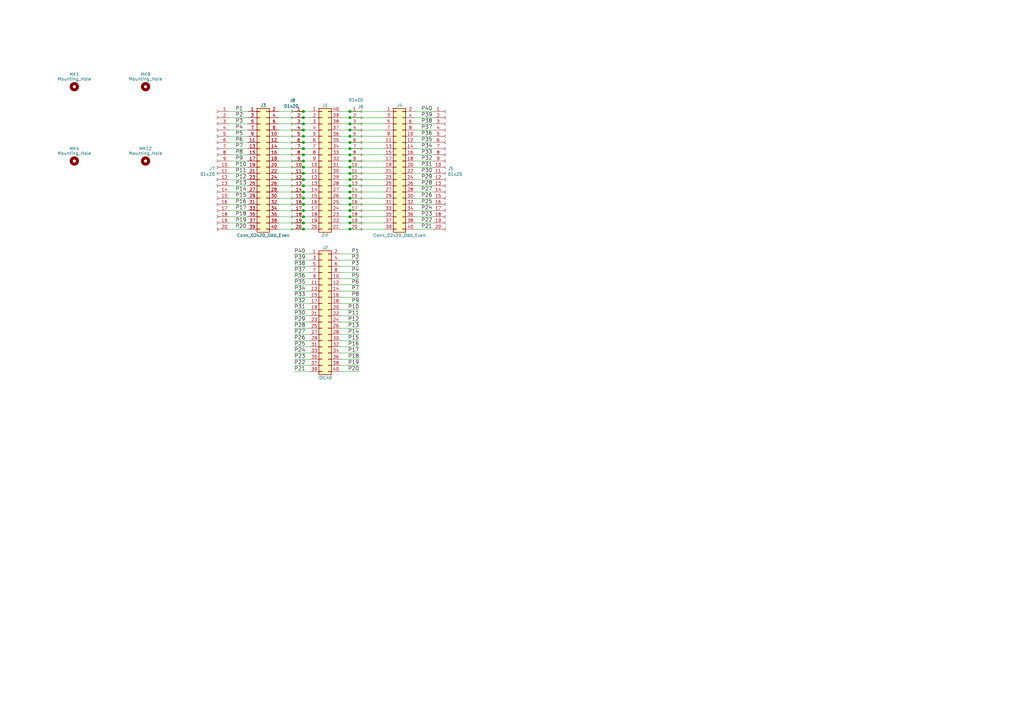
<source format=kicad_sch>
(kicad_sch (version 20210621) (generator eeschema)
  (paper "A3")
  (title_block (title "Dipext_pin") (date "2021-08-28") (rev "R6"))
  (lib_symbols
    (symbol "Connector:Conn_01x20_Female" (pin_names (offset 1.016) hide)
      (property "Reference" "J" (at 0 25.4 0))
      (property "Value" "Conn_01x20_Female" (at 0 -27.94 0))
      (symbol "Conn_01x20_Female_1_1"
        (arc (start 0 -24.892) (end 0 -25.908) (radius (at 0 -25.4) (length 0.508) (angles 90.1 -90.1)) (stroke (width 0.1524)))
        (arc (start 0 -22.352) (end 0 -23.368) (radius (at 0 -22.86) (length 0.508) (angles 90.1 -90.1)) (stroke (width 0.1524)))
        (arc (start 0 -19.812) (end 0 -20.828) (radius (at 0 -20.32) (length 0.508) (angles 90.1 -90.1)) (stroke (width 0.1524)))
        (arc (start 0 -17.272) (end 0 -18.288) (radius (at 0 -17.78) (length 0.508) (angles 90.1 -90.1)) (stroke (width 0.1524)))
        (arc (start 0 -14.732) (end 0 -15.748) (radius (at 0 -15.24) (length 0.508) (angles 90.1 -90.1)) (stroke (width 0.1524)))
        (arc (start 0 -12.192) (end 0 -13.208) (radius (at 0 -12.7) (length 0.508) (angles 90.1 -90.1)) (stroke (width 0.1524)))
        (arc (start 0 -9.652) (end 0 -10.668) (radius (at 0 -10.16) (length 0.508) (angles 90.1 -90.1)) (stroke (width 0.1524)))
        (arc (start 0 -7.112) (end 0 -8.128) (radius (at 0 -7.62) (length 0.508) (angles 90.1 -90.1)) (stroke (width 0.1524)))
        (arc (start 0 -4.572) (end 0 -5.588) (radius (at 0 -5.08) (length 0.508) (angles 90.1 -90.1)) (stroke (width 0.1524)))
        (arc (start 0 -2.032) (end 0 -3.048) (radius (at 0 -2.54) (length 0.508) (angles 90.1 -90.1)) (stroke (width 0.1524)))
        (arc (start 0 0.508) (end 0 -0.508) (radius (at 0 0) (length 0.508) (angles 90.1 -90.1)) (stroke (width 0.1524)))
        (arc (start 0 3.048) (end 0 2.032) (radius (at 0 2.54) (length 0.508) (angles 90.1 -90.1)) (stroke (width 0.1524)))
        (arc (start 0 5.588) (end 0 4.572) (radius (at 0 5.08) (length 0.508) (angles 90.1 -90.1)) (stroke (width 0.1524)))
        (arc (start 0 8.128) (end 0 7.112) (radius (at 0 7.62) (length 0.508) (angles 90.1 -90.1)) (stroke (width 0.1524)))
        (arc (start 0 10.668) (end 0 9.652) (radius (at 0 10.16) (length 0.508) (angles 90.1 -90.1)) (stroke (width 0.1524)))
        (arc (start 0 13.208) (end 0 12.192) (radius (at 0 12.7) (length 0.508) (angles 90.1 -90.1)) (stroke (width 0.1524)))
        (arc (start 0 15.748) (end 0 14.732) (radius (at 0 15.24) (length 0.508) (angles 90.1 -90.1)) (stroke (width 0.1524)))
        (arc (start 0 18.288) (end 0 17.272) (radius (at 0 17.78) (length 0.508) (angles 90.1 -90.1)) (stroke (width 0.1524)))
        (arc (start 0 20.828) (end 0 19.812) (radius (at 0 20.32) (length 0.508) (angles 90.1 -90.1)) (stroke (width 0.1524)))
        (arc (start 0 23.368) (end 0 22.352) (radius (at 0 22.86) (length 0.508) (angles 90.1 -90.1)) (stroke (width 0.1524)))
        (polyline (pts (xy -1.27 -25.4) (xy -0.508 -25.4)) (stroke (width 0.1524)))
        (polyline (pts (xy -1.27 -22.86) (xy -0.508 -22.86)) (stroke (width 0.1524)))
        (polyline (pts (xy -1.27 -20.32) (xy -0.508 -20.32)) (stroke (width 0.1524)))
        (polyline (pts (xy -1.27 -17.78) (xy -0.508 -17.78)) (stroke (width 0.1524)))
        (polyline (pts (xy -1.27 -15.24) (xy -0.508 -15.24)) (stroke (width 0.1524)))
        (polyline (pts (xy -1.27 -12.7) (xy -0.508 -12.7)) (stroke (width 0.1524)))
        (polyline (pts (xy -1.27 -10.16) (xy -0.508 -10.16)) (stroke (width 0.1524)))
        (polyline (pts (xy -1.27 -7.62) (xy -0.508 -7.62)) (stroke (width 0.1524)))
        (polyline (pts (xy -1.27 -5.08) (xy -0.508 -5.08)) (stroke (width 0.1524)))
        (polyline (pts (xy -1.27 -2.54) (xy -0.508 -2.54)) (stroke (width 0.1524)))
        (polyline (pts (xy -1.27 0) (xy -0.508 0)) (stroke (width 0.1524)))
        (polyline (pts (xy -1.27 2.54) (xy -0.508 2.54)) (stroke (width 0.1524)))
        (polyline (pts (xy -1.27 5.08) (xy -0.508 5.08)) (stroke (width 0.1524)))
        (polyline (pts (xy -1.27 7.62) (xy -0.508 7.62)) (stroke (width 0.1524)))
        (polyline (pts (xy -1.27 10.16) (xy -0.508 10.16)) (stroke (width 0.1524)))
        (polyline (pts (xy -1.27 12.7) (xy -0.508 12.7)) (stroke (width 0.1524)))
        (polyline (pts (xy -1.27 15.24) (xy -0.508 15.24)) (stroke (width 0.1524)))
        (polyline (pts (xy -1.27 17.78) (xy -0.508 17.78)) (stroke (width 0.1524)))
        (polyline (pts (xy -1.27 20.32) (xy -0.508 20.32)) (stroke (width 0.1524)))
        (polyline (pts (xy -1.27 22.86) (xy -0.508 22.86)) (stroke (width 0.1524)))
        (pin passive line (at -5.08 22.86 0) (length 3.81) (name "Pin_1") (number "1"))
        (pin passive line (at -5.08 0 0) (length 3.81) (name "Pin_10") (number "10"))
        (pin passive line (at -5.08 -2.54 0) (length 3.81) (name "Pin_11") (number "11"))
        (pin passive line (at -5.08 -5.08 0) (length 3.81) (name "Pin_12") (number "12"))
        (pin passive line (at -5.08 -7.62 0) (length 3.81) (name "Pin_13") (number "13"))
        (pin passive line (at -5.08 -10.16 0) (length 3.81) (name "Pin_14") (number "14"))
        (pin passive line (at -5.08 -12.7 0) (length 3.81) (name "Pin_15") (number "15"))
        (pin passive line (at -5.08 -15.24 0) (length 3.81) (name "Pin_16") (number "16"))
        (pin passive line (at -5.08 -17.78 0) (length 3.81) (name "Pin_17") (number "17"))
        (pin passive line (at -5.08 -20.32 0) (length 3.81) (name "Pin_18") (number "18"))
        (pin passive line (at -5.08 -22.86 0) (length 3.81) (name "Pin_19") (number "19"))
        (pin passive line (at -5.08 20.32 0) (length 3.81) (name "Pin_2") (number "2"))
        (pin passive line (at -5.08 -25.4 0) (length 3.81) (name "Pin_20") (number "20"))
        (pin passive line (at -5.08 17.78 0) (length 3.81) (name "Pin_3") (number "3"))
        (pin passive line (at -5.08 15.24 0) (length 3.81) (name "Pin_4") (number "4"))
        (pin passive line (at -5.08 12.7 0) (length 3.81) (name "Pin_5") (number "5"))
        (pin passive line (at -5.08 10.16 0) (length 3.81) (name "Pin_6") (number "6"))
        (pin passive line (at -5.08 7.62 0) (length 3.81) (name "Pin_7") (number "7"))
        (pin passive line (at -5.08 5.08 0) (length 3.81) (name "Pin_8") (number "8"))
        (pin passive line (at -5.08 2.54 0) (length 3.81) (name "Pin_9") (number "9"))
      )
    )
    (symbol "dipext-pin_r4-rescue:Conn_02x20_Counter_Clockwise" (pin_names (offset 1.016) hide)
      (property "Reference" "J" (at 1.27 25.4 0))
      (property "Value" "Conn_02x20_Counter_Clockwise" (at 1.27 -27.94 0))
      (symbol "Conn_02x20_Counter_Clockwise_1_1"
        (rectangle (start -1.27 -25.273) (end 0 -25.527) (stroke (width 0.1524)))
        (rectangle (start -1.27 -22.733) (end 0 -22.987) (stroke (width 0.1524)))
        (rectangle (start -1.27 -20.193) (end 0 -20.447) (stroke (width 0.1524)))
        (rectangle (start -1.27 -17.653) (end 0 -17.907) (stroke (width 0.1524)))
        (rectangle (start -1.27 -15.113) (end 0 -15.367) (stroke (width 0.1524)))
        (rectangle (start -1.27 -12.573) (end 0 -12.827) (stroke (width 0.1524)))
        (rectangle (start -1.27 -10.033) (end 0 -10.287) (stroke (width 0.1524)))
        (rectangle (start -1.27 -7.493) (end 0 -7.747) (stroke (width 0.1524)))
        (rectangle (start -1.27 -4.953) (end 0 -5.207) (stroke (width 0.1524)))
        (rectangle (start -1.27 -2.413) (end 0 -2.667) (stroke (width 0.1524)))
        (rectangle (start -1.27 0.127) (end 0 -0.127) (stroke (width 0.1524)))
        (rectangle (start -1.27 2.667) (end 0 2.413) (stroke (width 0.1524)))
        (rectangle (start -1.27 5.207) (end 0 4.953) (stroke (width 0.1524)))
        (rectangle (start -1.27 7.747) (end 0 7.493) (stroke (width 0.1524)))
        (rectangle (start -1.27 10.287) (end 0 10.033) (stroke (width 0.1524)))
        (rectangle (start -1.27 12.827) (end 0 12.573) (stroke (width 0.1524)))
        (rectangle (start -1.27 15.367) (end 0 15.113) (stroke (width 0.1524)))
        (rectangle (start -1.27 17.907) (end 0 17.653) (stroke (width 0.1524)))
        (rectangle (start -1.27 20.447) (end 0 20.193) (stroke (width 0.1524)))
        (rectangle (start -1.27 22.987) (end 0 22.733) (stroke (width 0.1524)))
        (rectangle (start 3.81 -25.273) (end 2.54 -25.527) (stroke (width 0.1524)))
        (rectangle (start 3.81 -22.733) (end 2.54 -22.987) (stroke (width 0.1524)))
        (rectangle (start 3.81 -20.193) (end 2.54 -20.447) (stroke (width 0.1524)))
        (rectangle (start 3.81 -17.653) (end 2.54 -17.907) (stroke (width 0.1524)))
        (rectangle (start 3.81 -15.113) (end 2.54 -15.367) (stroke (width 0.1524)))
        (rectangle (start 3.81 -12.573) (end 2.54 -12.827) (stroke (width 0.1524)))
        (rectangle (start 3.81 -10.033) (end 2.54 -10.287) (stroke (width 0.1524)))
        (rectangle (start 3.81 -7.493) (end 2.54 -7.747) (stroke (width 0.1524)))
        (rectangle (start 3.81 -4.953) (end 2.54 -5.207) (stroke (width 0.1524)))
        (rectangle (start 3.81 -2.413) (end 2.54 -2.667) (stroke (width 0.1524)))
        (rectangle (start 3.81 0.127) (end 2.54 -0.127) (stroke (width 0.1524)))
        (rectangle (start 3.81 2.667) (end 2.54 2.413) (stroke (width 0.1524)))
        (rectangle (start 3.81 5.207) (end 2.54 4.953) (stroke (width 0.1524)))
        (rectangle (start 3.81 7.747) (end 2.54 7.493) (stroke (width 0.1524)))
        (rectangle (start 3.81 10.287) (end 2.54 10.033) (stroke (width 0.1524)))
        (rectangle (start 3.81 12.827) (end 2.54 12.573) (stroke (width 0.1524)))
        (rectangle (start 3.81 15.367) (end 2.54 15.113) (stroke (width 0.1524)))
        (rectangle (start 3.81 17.907) (end 2.54 17.653) (stroke (width 0.1524)))
        (rectangle (start 3.81 20.447) (end 2.54 20.193) (stroke (width 0.1524)))
        (rectangle (start 3.81 22.987) (end 2.54 22.733) (stroke (width 0.1524)))
        (rectangle (start -1.27 24.13) (end 3.81 -26.67) (stroke (width 0.254)) (fill (type background)))
        (pin passive line (at -5.08 22.86 0) (length 3.81) (name "Pin_1") (number "1"))
        (pin passive line (at -5.08 0 0) (length 3.81) (name "Pin_10") (number "10"))
        (pin passive line (at -5.08 -2.54 0) (length 3.81) (name "Pin_11") (number "11"))
        (pin passive line (at -5.08 -5.08 0) (length 3.81) (name "Pin_12") (number "12"))
        (pin passive line (at -5.08 -7.62 0) (length 3.81) (name "Pin_13") (number "13"))
        (pin passive line (at -5.08 -10.16 0) (length 3.81) (name "Pin_14") (number "14"))
        (pin passive line (at -5.08 -12.7 0) (length 3.81) (name "Pin_15") (number "15"))
        (pin passive line (at -5.08 -15.24 0) (length 3.81) (name "Pin_16") (number "16"))
        (pin passive line (at -5.08 -17.78 0) (length 3.81) (name "Pin_17") (number "17"))
        (pin passive line (at -5.08 -20.32 0) (length 3.81) (name "Pin_18") (number "18"))
        (pin passive line (at -5.08 -22.86 0) (length 3.81) (name "Pin_19") (number "19"))
        (pin passive line (at -5.08 20.32 0) (length 3.81) (name "Pin_2") (number "2"))
        (pin passive line (at -5.08 -25.4 0) (length 3.81) (name "Pin_20") (number "20"))
        (pin passive line (at 7.62 -25.4 180) (length 3.81) (name "Pin_21") (number "21"))
        (pin passive line (at 7.62 -22.86 180) (length 3.81) (name "Pin_22") (number "22"))
        (pin passive line (at 7.62 -20.32 180) (length 3.81) (name "Pin_23") (number "23"))
        (pin passive line (at 7.62 -17.78 180) (length 3.81) (name "Pin_24") (number "24"))
        (pin passive line (at 7.62 -15.24 180) (length 3.81) (name "Pin_25") (number "25"))
        (pin passive line (at 7.62 -12.7 180) (length 3.81) (name "Pin_26") (number "26"))
        (pin passive line (at 7.62 -10.16 180) (length 3.81) (name "Pin_27") (number "27"))
        (pin passive line (at 7.62 -7.62 180) (length 3.81) (name "Pin_28") (number "28"))
        (pin passive line (at 7.62 -5.08 180) (length 3.81) (name "Pin_29") (number "29"))
        (pin passive line (at -5.08 17.78 0) (length 3.81) (name "Pin_3") (number "3"))
        (pin passive line (at 7.62 -2.54 180) (length 3.81) (name "Pin_30") (number "30"))
        (pin passive line (at 7.62 0 180) (length 3.81) (name "Pin_31") (number "31"))
        (pin passive line (at 7.62 2.54 180) (length 3.81) (name "Pin_32") (number "32"))
        (pin passive line (at 7.62 5.08 180) (length 3.81) (name "Pin_33") (number "33"))
        (pin passive line (at 7.62 7.62 180) (length 3.81) (name "Pin_34") (number "34"))
        (pin passive line (at 7.62 10.16 180) (length 3.81) (name "Pin_35") (number "35"))
        (pin passive line (at 7.62 12.7 180) (length 3.81) (name "Pin_36") (number "36"))
        (pin passive line (at 7.62 15.24 180) (length 3.81) (name "Pin_37") (number "37"))
        (pin passive line (at 7.62 17.78 180) (length 3.81) (name "Pin_38") (number "38"))
        (pin passive line (at 7.62 20.32 180) (length 3.81) (name "Pin_39") (number "39"))
        (pin passive line (at -5.08 15.24 0) (length 3.81) (name "Pin_4") (number "4"))
        (pin passive line (at 7.62 22.86 180) (length 3.81) (name "Pin_40") (number "40"))
        (pin passive line (at -5.08 12.7 0) (length 3.81) (name "Pin_5") (number "5"))
        (pin passive line (at -5.08 10.16 0) (length 3.81) (name "Pin_6") (number "6"))
        (pin passive line (at -5.08 7.62 0) (length 3.81) (name "Pin_7") (number "7"))
        (pin passive line (at -5.08 5.08 0) (length 3.81) (name "Pin_8") (number "8"))
        (pin passive line (at -5.08 2.54 0) (length 3.81) (name "Pin_9") (number "9"))
      )
    )
    (symbol "dipext-pin_r4-rescue:Conn_02x20_Odd_Even" (pin_names (offset 1.016) hide)
      (property "Reference" "J" (at 1.27 25.4 0))
      (property "Value" "Conn_02x20_Odd_Even" (at 1.27 -27.94 0))
      (symbol "Conn_02x20_Odd_Even_1_1"
        (rectangle (start -1.27 -25.273) (end 0 -25.527) (stroke (width 0.1524)))
        (rectangle (start -1.27 -22.733) (end 0 -22.987) (stroke (width 0.1524)))
        (rectangle (start -1.27 -20.193) (end 0 -20.447) (stroke (width 0.1524)))
        (rectangle (start -1.27 -17.653) (end 0 -17.907) (stroke (width 0.1524)))
        (rectangle (start -1.27 -15.113) (end 0 -15.367) (stroke (width 0.1524)))
        (rectangle (start -1.27 -12.573) (end 0 -12.827) (stroke (width 0.1524)))
        (rectangle (start -1.27 -10.033) (end 0 -10.287) (stroke (width 0.1524)))
        (rectangle (start -1.27 -7.493) (end 0 -7.747) (stroke (width 0.1524)))
        (rectangle (start -1.27 -4.953) (end 0 -5.207) (stroke (width 0.1524)))
        (rectangle (start -1.27 -2.413) (end 0 -2.667) (stroke (width 0.1524)))
        (rectangle (start -1.27 0.127) (end 0 -0.127) (stroke (width 0.1524)))
        (rectangle (start -1.27 2.667) (end 0 2.413) (stroke (width 0.1524)))
        (rectangle (start -1.27 5.207) (end 0 4.953) (stroke (width 0.1524)))
        (rectangle (start -1.27 7.747) (end 0 7.493) (stroke (width 0.1524)))
        (rectangle (start -1.27 10.287) (end 0 10.033) (stroke (width 0.1524)))
        (rectangle (start -1.27 12.827) (end 0 12.573) (stroke (width 0.1524)))
        (rectangle (start -1.27 15.367) (end 0 15.113) (stroke (width 0.1524)))
        (rectangle (start -1.27 17.907) (end 0 17.653) (stroke (width 0.1524)))
        (rectangle (start -1.27 20.447) (end 0 20.193) (stroke (width 0.1524)))
        (rectangle (start -1.27 22.987) (end 0 22.733) (stroke (width 0.1524)))
        (rectangle (start 3.81 -25.273) (end 2.54 -25.527) (stroke (width 0.1524)))
        (rectangle (start 3.81 -22.733) (end 2.54 -22.987) (stroke (width 0.1524)))
        (rectangle (start 3.81 -20.193) (end 2.54 -20.447) (stroke (width 0.1524)))
        (rectangle (start 3.81 -17.653) (end 2.54 -17.907) (stroke (width 0.1524)))
        (rectangle (start 3.81 -15.113) (end 2.54 -15.367) (stroke (width 0.1524)))
        (rectangle (start 3.81 -12.573) (end 2.54 -12.827) (stroke (width 0.1524)))
        (rectangle (start 3.81 -10.033) (end 2.54 -10.287) (stroke (width 0.1524)))
        (rectangle (start 3.81 -7.493) (end 2.54 -7.747) (stroke (width 0.1524)))
        (rectangle (start 3.81 -4.953) (end 2.54 -5.207) (stroke (width 0.1524)))
        (rectangle (start 3.81 -2.413) (end 2.54 -2.667) (stroke (width 0.1524)))
        (rectangle (start 3.81 0.127) (end 2.54 -0.127) (stroke (width 0.1524)))
        (rectangle (start 3.81 2.667) (end 2.54 2.413) (stroke (width 0.1524)))
        (rectangle (start 3.81 5.207) (end 2.54 4.953) (stroke (width 0.1524)))
        (rectangle (start 3.81 7.747) (end 2.54 7.493) (stroke (width 0.1524)))
        (rectangle (start 3.81 10.287) (end 2.54 10.033) (stroke (width 0.1524)))
        (rectangle (start 3.81 12.827) (end 2.54 12.573) (stroke (width 0.1524)))
        (rectangle (start 3.81 15.367) (end 2.54 15.113) (stroke (width 0.1524)))
        (rectangle (start 3.81 17.907) (end 2.54 17.653) (stroke (width 0.1524)))
        (rectangle (start 3.81 20.447) (end 2.54 20.193) (stroke (width 0.1524)))
        (rectangle (start 3.81 22.987) (end 2.54 22.733) (stroke (width 0.1524)))
        (rectangle (start -1.27 24.13) (end 3.81 -26.67) (stroke (width 0.254)) (fill (type background)))
        (pin passive line (at -5.08 22.86 0) (length 3.81) (name "Pin_1") (number "1"))
        (pin passive line (at 7.62 12.7 180) (length 3.81) (name "Pin_10") (number "10"))
        (pin passive line (at -5.08 10.16 0) (length 3.81) (name "Pin_11") (number "11"))
        (pin passive line (at 7.62 10.16 180) (length 3.81) (name "Pin_12") (number "12"))
        (pin passive line (at -5.08 7.62 0) (length 3.81) (name "Pin_13") (number "13"))
        (pin passive line (at 7.62 7.62 180) (length 3.81) (name "Pin_14") (number "14"))
        (pin passive line (at -5.08 5.08 0) (length 3.81) (name "Pin_15") (number "15"))
        (pin passive line (at 7.62 5.08 180) (length 3.81) (name "Pin_16") (number "16"))
        (pin passive line (at -5.08 2.54 0) (length 3.81) (name "Pin_17") (number "17"))
        (pin passive line (at 7.62 2.54 180) (length 3.81) (name "Pin_18") (number "18"))
        (pin passive line (at -5.08 0 0) (length 3.81) (name "Pin_19") (number "19"))
        (pin passive line (at 7.62 22.86 180) (length 3.81) (name "Pin_2") (number "2"))
        (pin passive line (at 7.62 0 180) (length 3.81) (name "Pin_20") (number "20"))
        (pin passive line (at -5.08 -2.54 0) (length 3.81) (name "Pin_21") (number "21"))
        (pin passive line (at 7.62 -2.54 180) (length 3.81) (name "Pin_22") (number "22"))
        (pin passive line (at -5.08 -5.08 0) (length 3.81) (name "Pin_23") (number "23"))
        (pin passive line (at 7.62 -5.08 180) (length 3.81) (name "Pin_24") (number "24"))
        (pin passive line (at -5.08 -7.62 0) (length 3.81) (name "Pin_25") (number "25"))
        (pin passive line (at 7.62 -7.62 180) (length 3.81) (name "Pin_26") (number "26"))
        (pin passive line (at -5.08 -10.16 0) (length 3.81) (name "Pin_27") (number "27"))
        (pin passive line (at 7.62 -10.16 180) (length 3.81) (name "Pin_28") (number "28"))
        (pin passive line (at -5.08 -12.7 0) (length 3.81) (name "Pin_29") (number "29"))
        (pin passive line (at -5.08 20.32 0) (length 3.81) (name "Pin_3") (number "3"))
        (pin passive line (at 7.62 -12.7 180) (length 3.81) (name "Pin_30") (number "30"))
        (pin passive line (at -5.08 -15.24 0) (length 3.81) (name "Pin_31") (number "31"))
        (pin passive line (at 7.62 -15.24 180) (length 3.81) (name "Pin_32") (number "32"))
        (pin passive line (at -5.08 -17.78 0) (length 3.81) (name "Pin_33") (number "33"))
        (pin passive line (at 7.62 -17.78 180) (length 3.81) (name "Pin_34") (number "34"))
        (pin passive line (at -5.08 -20.32 0) (length 3.81) (name "Pin_35") (number "35"))
        (pin passive line (at 7.62 -20.32 180) (length 3.81) (name "Pin_36") (number "36"))
        (pin passive line (at -5.08 -22.86 0) (length 3.81) (name "Pin_37") (number "37"))
        (pin passive line (at 7.62 -22.86 180) (length 3.81) (name "Pin_38") (number "38"))
        (pin passive line (at -5.08 -25.4 0) (length 3.81) (name "Pin_39") (number "39"))
        (pin passive line (at 7.62 20.32 180) (length 3.81) (name "Pin_4") (number "4"))
        (pin passive line (at 7.62 -25.4 180) (length 3.81) (name "Pin_40") (number "40"))
        (pin passive line (at -5.08 17.78 0) (length 3.81) (name "Pin_5") (number "5"))
        (pin passive line (at 7.62 17.78 180) (length 3.81) (name "Pin_6") (number "6"))
        (pin passive line (at -5.08 15.24 0) (length 3.81) (name "Pin_7") (number "7"))
        (pin passive line (at 7.62 15.24 180) (length 3.81) (name "Pin_8") (number "8"))
        (pin passive line (at -5.08 12.7 0) (length 3.81) (name "Pin_9") (number "9"))
      )
    )
    (symbol "dipext-pin_r4-rescue:Mounting_Hole" (pin_names (offset 1.016))
      (property "Reference" "MK" (at 0 5.08 0))
      (property "Value" "Mounting_Hole" (at 0 3.175 0))
      (symbol "Mounting_Hole_0_1"
        (circle (center 0 0) (radius 1.27) (stroke (width 1.27)))
      )
    )
  )
  (junction (at 124.46 45.72) (diameter 1.016))
  (junction (at 124.46 48.26) (diameter 1.016))
  (junction (at 124.46 50.8) (diameter 1.016))
  (junction (at 124.46 53.34) (diameter 1.016))
  (junction (at 124.46 55.88) (diameter 1.016))
  (junction (at 124.46 58.42) (diameter 1.016))
  (junction (at 124.46 60.96) (diameter 1.016))
  (junction (at 124.46 63.5) (diameter 1.016))
  (junction (at 124.46 66.04) (diameter 1.016))
  (junction (at 124.46 68.58) (diameter 1.016))
  (junction (at 124.46 71.12) (diameter 1.016))
  (junction (at 124.46 73.66) (diameter 1.016))
  (junction (at 124.46 76.2) (diameter 1.016))
  (junction (at 124.46 78.74) (diameter 1.016))
  (junction (at 124.46 81.28) (diameter 1.016))
  (junction (at 124.46 83.82) (diameter 1.016))
  (junction (at 124.46 86.36) (diameter 1.016))
  (junction (at 124.46 88.9) (diameter 1.016))
  (junction (at 124.46 91.44) (diameter 1.016))
  (junction (at 124.46 93.98) (diameter 1.016))
  (junction (at 143.51 45.72) (diameter 1.016))
  (junction (at 143.51 48.26) (diameter 1.016))
  (junction (at 143.51 50.8) (diameter 1.016))
  (junction (at 143.51 53.34) (diameter 1.016))
  (junction (at 143.51 55.88) (diameter 1.016))
  (junction (at 143.51 58.42) (diameter 1.016))
  (junction (at 143.51 60.96) (diameter 1.016))
  (junction (at 143.51 63.5) (diameter 1.016))
  (junction (at 143.51 66.04) (diameter 1.016))
  (junction (at 143.51 68.58) (diameter 1.016))
  (junction (at 143.51 71.12) (diameter 1.016))
  (junction (at 143.51 73.66) (diameter 1.016))
  (junction (at 143.51 76.2) (diameter 1.016))
  (junction (at 143.51 78.74) (diameter 1.016))
  (junction (at 143.51 81.28) (diameter 1.016))
  (junction (at 143.51 83.82) (diameter 1.016))
  (junction (at 143.51 86.36) (diameter 1.016))
  (junction (at 143.51 88.9) (diameter 1.016))
  (junction (at 143.51 91.44) (diameter 1.016))
  (junction (at 143.51 93.98) (diameter 1.016))
  (wire (pts (xy 93.98 45.72) (xy 101.6 45.72)))
  (wire (pts (xy 93.98 48.26) (xy 101.6 48.26)))
  (wire (pts (xy 93.98 50.8) (xy 101.6 50.8)))
  (wire (pts (xy 93.98 53.34) (xy 101.6 53.34)))
  (wire (pts (xy 93.98 55.88) (xy 101.6 55.88)))
  (wire (pts (xy 93.98 58.42) (xy 101.6 58.42)))
  (wire (pts (xy 93.98 60.96) (xy 101.6 60.96)))
  (wire (pts (xy 93.98 63.5) (xy 101.6 63.5)))
  (wire (pts (xy 93.98 66.04) (xy 101.6 66.04)))
  (wire (pts (xy 93.98 68.58) (xy 101.6 68.58)))
  (wire (pts (xy 93.98 71.12) (xy 101.6 71.12)))
  (wire (pts (xy 93.98 73.66) (xy 101.6 73.66)))
  (wire (pts (xy 93.98 76.2) (xy 101.6 76.2)))
  (wire (pts (xy 93.98 78.74) (xy 101.6 78.74)))
  (wire (pts (xy 93.98 81.28) (xy 101.6 81.28)))
  (wire (pts (xy 93.98 83.82) (xy 101.6 83.82)))
  (wire (pts (xy 93.98 86.36) (xy 101.6 86.36)))
  (wire (pts (xy 93.98 88.9) (xy 101.6 88.9)))
  (wire (pts (xy 93.98 91.44) (xy 101.6 91.44)))
  (wire (pts (xy 93.98 93.98) (xy 101.6 93.98)))
  (wire (pts (xy 114.3 45.72) (xy 124.46 45.72)))
  (wire (pts (xy 114.3 48.26) (xy 124.46 48.26)))
  (wire (pts (xy 114.3 50.8) (xy 124.46 50.8)))
  (wire (pts (xy 114.3 53.34) (xy 124.46 53.34)))
  (wire (pts (xy 114.3 55.88) (xy 124.46 55.88)))
  (wire (pts (xy 114.3 58.42) (xy 124.46 58.42)))
  (wire (pts (xy 114.3 60.96) (xy 124.46 60.96)))
  (wire (pts (xy 114.3 63.5) (xy 124.46 63.5)))
  (wire (pts (xy 114.3 66.04) (xy 124.46 66.04)))
  (wire (pts (xy 114.3 68.58) (xy 124.46 68.58)))
  (wire (pts (xy 114.3 71.12) (xy 124.46 71.12)))
  (wire (pts (xy 114.3 73.66) (xy 124.46 73.66)))
  (wire (pts (xy 114.3 76.2) (xy 124.46 76.2)))
  (wire (pts (xy 114.3 78.74) (xy 124.46 78.74)))
  (wire (pts (xy 114.3 81.28) (xy 124.46 81.28)))
  (wire (pts (xy 114.3 83.82) (xy 124.46 83.82)))
  (wire (pts (xy 114.3 86.36) (xy 124.46 86.36)))
  (wire (pts (xy 114.3 88.9) (xy 124.46 88.9)))
  (wire (pts (xy 114.3 91.44) (xy 124.46 91.44)))
  (wire (pts (xy 114.3 93.98) (xy 124.46 93.98)))
  (wire (pts (xy 120.65 104.14) (xy 127 104.14)))
  (wire (pts (xy 120.65 106.68) (xy 127 106.68)))
  (wire (pts (xy 120.65 109.22) (xy 127 109.22)))
  (wire (pts (xy 120.65 111.76) (xy 127 111.76)))
  (wire (pts (xy 120.65 114.3) (xy 127 114.3)))
  (wire (pts (xy 120.65 116.84) (xy 127 116.84)))
  (wire (pts (xy 120.65 119.38) (xy 127 119.38)))
  (wire (pts (xy 120.65 121.92) (xy 127 121.92)))
  (wire (pts (xy 120.65 124.46) (xy 127 124.46)))
  (wire (pts (xy 120.65 127) (xy 127 127)))
  (wire (pts (xy 120.65 129.54) (xy 127 129.54)))
  (wire (pts (xy 120.65 132.08) (xy 127 132.08)))
  (wire (pts (xy 120.65 134.62) (xy 127 134.62)))
  (wire (pts (xy 120.65 137.16) (xy 127 137.16)))
  (wire (pts (xy 120.65 139.7) (xy 127 139.7)))
  (wire (pts (xy 120.65 142.24) (xy 127 142.24)))
  (wire (pts (xy 120.65 144.78) (xy 127 144.78)))
  (wire (pts (xy 120.65 147.32) (xy 127 147.32)))
  (wire (pts (xy 120.65 149.86) (xy 127 149.86)))
  (wire (pts (xy 120.65 152.4) (xy 127 152.4)))
  (wire (pts (xy 124.46 45.72) (xy 127 45.72)))
  (wire (pts (xy 124.46 48.26) (xy 127 48.26)))
  (wire (pts (xy 124.46 50.8) (xy 127 50.8)))
  (wire (pts (xy 124.46 53.34) (xy 127 53.34)))
  (wire (pts (xy 124.46 55.88) (xy 127 55.88)))
  (wire (pts (xy 124.46 58.42) (xy 127 58.42)))
  (wire (pts (xy 124.46 60.96) (xy 127 60.96)))
  (wire (pts (xy 124.46 63.5) (xy 127 63.5)))
  (wire (pts (xy 124.46 66.04) (xy 127 66.04)))
  (wire (pts (xy 124.46 68.58) (xy 127 68.58)))
  (wire (pts (xy 124.46 71.12) (xy 127 71.12)))
  (wire (pts (xy 124.46 73.66) (xy 127 73.66)))
  (wire (pts (xy 124.46 76.2) (xy 127 76.2)))
  (wire (pts (xy 124.46 78.74) (xy 127 78.74)))
  (wire (pts (xy 124.46 81.28) (xy 127 81.28)))
  (wire (pts (xy 124.46 83.82) (xy 127 83.82)))
  (wire (pts (xy 124.46 86.36) (xy 127 86.36)))
  (wire (pts (xy 124.46 88.9) (xy 127 88.9)))
  (wire (pts (xy 124.46 91.44) (xy 127 91.44)))
  (wire (pts (xy 124.46 93.98) (xy 127 93.98)))
  (wire (pts (xy 139.7 45.72) (xy 143.51 45.72)))
  (wire (pts (xy 139.7 48.26) (xy 143.51 48.26)))
  (wire (pts (xy 139.7 50.8) (xy 143.51 50.8)))
  (wire (pts (xy 139.7 53.34) (xy 143.51 53.34)))
  (wire (pts (xy 139.7 55.88) (xy 143.51 55.88)))
  (wire (pts (xy 139.7 58.42) (xy 143.51 58.42)))
  (wire (pts (xy 139.7 60.96) (xy 143.51 60.96)))
  (wire (pts (xy 139.7 63.5) (xy 143.51 63.5)))
  (wire (pts (xy 139.7 66.04) (xy 143.51 66.04)))
  (wire (pts (xy 139.7 68.58) (xy 143.51 68.58)))
  (wire (pts (xy 139.7 71.12) (xy 143.51 71.12)))
  (wire (pts (xy 139.7 73.66) (xy 143.51 73.66)))
  (wire (pts (xy 139.7 76.2) (xy 143.51 76.2)))
  (wire (pts (xy 139.7 78.74) (xy 143.51 78.74)))
  (wire (pts (xy 139.7 81.28) (xy 143.51 81.28)))
  (wire (pts (xy 139.7 83.82) (xy 143.51 83.82)))
  (wire (pts (xy 139.7 86.36) (xy 143.51 86.36)))
  (wire (pts (xy 139.7 88.9) (xy 143.51 88.9)))
  (wire (pts (xy 139.7 91.44) (xy 143.51 91.44)))
  (wire (pts (xy 139.7 93.98) (xy 143.51 93.98)))
  (wire (pts (xy 139.7 104.14) (xy 147.32 104.14)))
  (wire (pts (xy 139.7 106.68) (xy 147.32 106.68)))
  (wire (pts (xy 139.7 109.22) (xy 147.32 109.22)))
  (wire (pts (xy 139.7 111.76) (xy 147.32 111.76)))
  (wire (pts (xy 139.7 114.3) (xy 147.32 114.3)))
  (wire (pts (xy 139.7 116.84) (xy 147.32 116.84)))
  (wire (pts (xy 139.7 119.38) (xy 147.32 119.38)))
  (wire (pts (xy 139.7 121.92) (xy 147.32 121.92)))
  (wire (pts (xy 139.7 124.46) (xy 147.32 124.46)))
  (wire (pts (xy 139.7 127) (xy 147.32 127)))
  (wire (pts (xy 139.7 129.54) (xy 147.32 129.54)))
  (wire (pts (xy 139.7 132.08) (xy 147.32 132.08)))
  (wire (pts (xy 139.7 134.62) (xy 147.32 134.62)))
  (wire (pts (xy 139.7 137.16) (xy 147.32 137.16)))
  (wire (pts (xy 139.7 139.7) (xy 147.32 139.7)))
  (wire (pts (xy 139.7 142.24) (xy 147.32 142.24)))
  (wire (pts (xy 139.7 144.78) (xy 147.32 144.78)))
  (wire (pts (xy 139.7 147.32) (xy 147.32 147.32)))
  (wire (pts (xy 139.7 149.86) (xy 147.32 149.86)))
  (wire (pts (xy 139.7 152.4) (xy 147.32 152.4)))
  (wire (pts (xy 143.51 45.72) (xy 157.48 45.72)))
  (wire (pts (xy 143.51 48.26) (xy 157.48 48.26)))
  (wire (pts (xy 143.51 50.8) (xy 157.48 50.8)))
  (wire (pts (xy 143.51 53.34) (xy 157.48 53.34)))
  (wire (pts (xy 143.51 55.88) (xy 157.48 55.88)))
  (wire (pts (xy 143.51 58.42) (xy 157.48 58.42)))
  (wire (pts (xy 143.51 60.96) (xy 157.48 60.96)))
  (wire (pts (xy 143.51 63.5) (xy 157.48 63.5)))
  (wire (pts (xy 143.51 66.04) (xy 157.48 66.04)))
  (wire (pts (xy 143.51 68.58) (xy 157.48 68.58)))
  (wire (pts (xy 143.51 71.12) (xy 157.48 71.12)))
  (wire (pts (xy 143.51 73.66) (xy 157.48 73.66)))
  (wire (pts (xy 143.51 76.2) (xy 157.48 76.2)))
  (wire (pts (xy 143.51 78.74) (xy 157.48 78.74)))
  (wire (pts (xy 143.51 81.28) (xy 157.48 81.28)))
  (wire (pts (xy 143.51 83.82) (xy 157.48 83.82)))
  (wire (pts (xy 143.51 86.36) (xy 157.48 86.36)))
  (wire (pts (xy 143.51 88.9) (xy 157.48 88.9)))
  (wire (pts (xy 143.51 91.44) (xy 157.48 91.44)))
  (wire (pts (xy 143.51 93.98) (xy 157.48 93.98)))
  (wire (pts (xy 170.18 45.72) (xy 177.8 45.72)))
  (wire (pts (xy 170.18 48.26) (xy 177.8 48.26)))
  (wire (pts (xy 170.18 50.8) (xy 177.8 50.8)))
  (wire (pts (xy 170.18 53.34) (xy 177.8 53.34)))
  (wire (pts (xy 170.18 55.88) (xy 177.8 55.88)))
  (wire (pts (xy 170.18 58.42) (xy 177.8 58.42)))
  (wire (pts (xy 170.18 60.96) (xy 177.8 60.96)))
  (wire (pts (xy 170.18 63.5) (xy 177.8 63.5)))
  (wire (pts (xy 170.18 66.04) (xy 177.8 66.04)))
  (wire (pts (xy 170.18 68.58) (xy 177.8 68.58)))
  (wire (pts (xy 170.18 71.12) (xy 177.8 71.12)))
  (wire (pts (xy 170.18 73.66) (xy 177.8 73.66)))
  (wire (pts (xy 170.18 76.2) (xy 177.8 76.2)))
  (wire (pts (xy 170.18 78.74) (xy 177.8 78.74)))
  (wire (pts (xy 170.18 81.28) (xy 177.8 81.28)))
  (wire (pts (xy 170.18 83.82) (xy 177.8 83.82)))
  (wire (pts (xy 170.18 86.36) (xy 177.8 86.36)))
  (wire (pts (xy 170.18 88.9) (xy 177.8 88.9)))
  (wire (pts (xy 170.18 91.44) (xy 177.8 91.44)))
  (wire (pts (xy 170.18 93.98) (xy 177.8 93.98)))
  (label "P1" (at 96.52 45.72 0) (effects (font (size 1.524 1.524))))
  (label "P2" (at 96.52 48.26 0) (effects (font (size 1.524 1.524))))
  (label "P3" (at 96.52 50.8 0) (effects (font (size 1.524 1.524))))
  (label "P4" (at 96.52 53.34 0) (effects (font (size 1.524 1.524))))
  (label "P5" (at 96.52 55.88 0) (effects (font (size 1.524 1.524))))
  (label "P6" (at 96.52 58.42 0) (effects (font (size 1.524 1.524))))
  (label "P7" (at 96.52 60.96 0) (effects (font (size 1.524 1.524))))
  (label "P8" (at 96.52 63.5 0) (effects (font (size 1.524 1.524))))
  (label "P9" (at 96.52 66.04 0) (effects (font (size 1.524 1.524))))
  (label "P10" (at 96.52 68.58 0) (effects (font (size 1.524 1.524))))
  (label "P11" (at 96.52 71.12 0) (effects (font (size 1.524 1.524))))
  (label "P12" (at 96.52 73.66 0) (effects (font (size 1.524 1.524))))
  (label "P13" (at 96.52 76.2 0) (effects (font (size 1.524 1.524))))
  (label "P14" (at 96.52 78.74 0) (effects (font (size 1.524 1.524))))
  (label "P15" (at 96.52 81.28 0) (effects (font (size 1.524 1.524))))
  (label "P16" (at 96.52 83.82 0) (effects (font (size 1.524 1.524))))
  (label "P17" (at 96.52 86.36 0) (effects (font (size 1.524 1.524))))
  (label "P18" (at 96.52 88.9 0) (effects (font (size 1.524 1.524))))
  (label "P19" (at 96.52 91.44 0) (effects (font (size 1.524 1.524))))
  (label "P20" (at 96.52 93.98 0) (effects (font (size 1.524 1.524))))
  (label "P40" (at 120.65 104.14 0) (effects (font (size 1.524 1.524))))
  (label "P39" (at 120.65 106.68 0) (effects (font (size 1.524 1.524))))
  (label "P38" (at 120.65 109.22 0) (effects (font (size 1.524 1.524))))
  (label "P37" (at 120.65 111.76 0) (effects (font (size 1.524 1.524))))
  (label "P36" (at 120.65 114.3 0) (effects (font (size 1.524 1.524))))
  (label "P35" (at 120.65 116.84 0) (effects (font (size 1.524 1.524))))
  (label "P34" (at 120.65 119.38 0) (effects (font (size 1.524 1.524))))
  (label "P33" (at 120.65 121.92 0) (effects (font (size 1.524 1.524))))
  (label "P32" (at 120.65 124.46 0) (effects (font (size 1.524 1.524))))
  (label "P31" (at 120.65 127 0) (effects (font (size 1.524 1.524))))
  (label "P30" (at 120.65 129.54 0) (effects (font (size 1.524 1.524))))
  (label "P29" (at 120.65 132.08 0) (effects (font (size 1.524 1.524))))
  (label "P28" (at 120.65 134.62 0) (effects (font (size 1.524 1.524))))
  (label "P27" (at 120.65 137.16 0) (effects (font (size 1.524 1.524))))
  (label "P26" (at 120.65 139.7 0) (effects (font (size 1.524 1.524))))
  (label "P25" (at 120.65 142.24 0) (effects (font (size 1.524 1.524))))
  (label "P24" (at 120.65 144.78 0) (effects (font (size 1.524 1.524))))
  (label "P23" (at 120.65 147.32 0) (effects (font (size 1.524 1.524))))
  (label "P22" (at 120.65 149.86 0) (effects (font (size 1.524 1.524))))
  (label "P21" (at 120.65 152.4 0) (effects (font (size 1.524 1.524))))
  (label "P1" (at 147.32 104.14 180) (effects (font (size 1.524 1.524))))
  (label "P2" (at 147.32 106.68 180) (effects (font (size 1.524 1.524))))
  (label "P3" (at 147.32 109.22 180) (effects (font (size 1.524 1.524))))
  (label "P4" (at 147.32 111.76 180) (effects (font (size 1.524 1.524))))
  (label "P5" (at 147.32 114.3 180) (effects (font (size 1.524 1.524))))
  (label "P6" (at 147.32 116.84 180) (effects (font (size 1.524 1.524))))
  (label "P7" (at 147.32 119.38 180) (effects (font (size 1.524 1.524))))
  (label "P8" (at 147.32 121.92 180) (effects (font (size 1.524 1.524))))
  (label "P9" (at 147.32 124.46 180) (effects (font (size 1.524 1.524))))
  (label "P10" (at 147.32 127 180) (effects (font (size 1.524 1.524))))
  (label "P11" (at 147.32 129.54 180) (effects (font (size 1.524 1.524))))
  (label "P12" (at 147.32 132.08 180) (effects (font (size 1.524 1.524))))
  (label "P13" (at 147.32 134.62 180) (effects (font (size 1.524 1.524))))
  (label "P14" (at 147.32 137.16 180) (effects (font (size 1.524 1.524))))
  (label "P15" (at 147.32 139.7 180) (effects (font (size 1.524 1.524))))
  (label "P16" (at 147.32 142.24 180) (effects (font (size 1.524 1.524))))
  (label "P17" (at 147.32 144.78 180) (effects (font (size 1.524 1.524))))
  (label "P18" (at 147.32 147.32 180) (effects (font (size 1.524 1.524))))
  (label "P19" (at 147.32 149.86 180) (effects (font (size 1.524 1.524))))
  (label "P20" (at 147.32 152.4 180) (effects (font (size 1.524 1.524))))
  (label "P40" (at 172.72 45.72 0) (effects (font (size 1.524 1.524))))
  (label "P39" (at 172.72 48.26 0) (effects (font (size 1.524 1.524))))
  (label "P38" (at 172.72 50.8 0) (effects (font (size 1.524 1.524))))
  (label "P37" (at 172.72 53.34 0) (effects (font (size 1.524 1.524))))
  (label "P36" (at 172.72 55.88 0) (effects (font (size 1.524 1.524))))
  (label "P35" (at 172.72 58.42 0) (effects (font (size 1.524 1.524))))
  (label "P34" (at 172.72 60.96 0) (effects (font (size 1.524 1.524))))
  (label "P33" (at 172.72 63.5 0) (effects (font (size 1.524 1.524))))
  (label "P32" (at 172.72 66.04 0) (effects (font (size 1.524 1.524))))
  (label "P31" (at 172.72 68.58 0) (effects (font (size 1.524 1.524))))
  (label "P30" (at 172.72 71.12 0) (effects (font (size 1.524 1.524))))
  (label "P29" (at 172.72 73.66 0) (effects (font (size 1.524 1.524))))
  (label "P28" (at 172.72 76.2 0) (effects (font (size 1.524 1.524))))
  (label "P27" (at 172.72 78.74 0) (effects (font (size 1.524 1.524))))
  (label "P26" (at 172.72 81.28 0) (effects (font (size 1.524 1.524))))
  (label "P25" (at 172.72 83.82 0) (effects (font (size 1.524 1.524))))
  (label "P24" (at 172.72 86.36 0) (effects (font (size 1.524 1.524))))
  (label "P23" (at 172.72 88.9 0) (effects (font (size 1.524 1.524))))
  (label "P22" (at 172.72 91.44 0) (effects (font (size 1.524 1.524))))
  (label "P21" (at 172.72 93.98 0) (effects (font (size 1.524 1.524))))
  (symbol (lib_id "dipext-pin_r4-rescue:Mounting_Hole") (at 30.48 35.56 0) (unit 1)
    (property "Reference" "MK1" (at 30.48 30.48 0))
    (property "Value" "Mounting_Hole" (at 30.48 32.385 0))
    (property "Footprint" "Mounting_Holes:MountingHole_8.4mm_M8" (effects hide))
  )
  (symbol (lib_id "dipext-pin_r4-rescue:Mounting_Hole") (at 30.48 66.04 0) (unit 1)
    (property "Reference" "MK4" (at 30.48 60.96 0))
    (property "Value" "Mounting_Hole" (at 30.48 62.865 0))
    (property "Footprint" "Mounting_Holes:MountingHole_8.4mm_M8" (effects hide))
  )
  (symbol (lib_id "dipext-pin_r4-rescue:Mounting_Hole") (at 59.69 35.56 0) (unit 1)
    (property "Reference" "MK9" (at 59.69 30.48 0))
    (property "Value" "Mounting_Hole" (at 59.69 32.385 0))
    (property "Footprint" "Mounting_Holes:MountingHole_8.4mm_M8" (effects hide))
  )
  (symbol (lib_id "dipext-pin_r4-rescue:Mounting_Hole") (at 59.69 66.04 0) (unit 1)
    (property "Reference" "MK12" (at 59.69 60.96 0))
    (property "Value" "Mounting_Hole" (at 59.69 62.865 0))
    (property "Footprint" "Mounting_Holes:MountingHole_8.4mm_M8" (effects hide))
  )
  (symbol (lib_id "Connector:Conn_01x20_Female") (at 88.9 68.58 0) (mirror y) (unit 1)
    (property "Reference" "J7" (at 88.1887 69.1578 0) (effects (justify left)))
    (property "Value" "01x20" (at 88.189 71.456 0) (effects (justify left)))
    (property "Footprint" "Connector_PinHeader_2.54mm:PinHeader_1x20_P2.54mm_Vertical" (effects hide))
  )
  (symbol (lib_id "Connector:Conn_01x20_Female") (at 119.38 68.58 0) (mirror y) (unit 1)
    (property "Reference" "J8" (at 121.2087 41.2178 0) (effects (justify left)))
    (property "Value" "01x20" (at 122.479 43.516 0) (effects (justify left)))
    (property "Footprint" "Connector_PinHeader_2.54mm:PinHeader_1x20_P2.54mm_Vertical" (effects hide))
  )
  (symbol (lib_id "Connector:Conn_01x20_Female") (at 148.59 68.58 0) (unit 1)
    (property "Reference" "J6" (at 146.7613 43.7578 0) (effects (justify left)))
    (property "Value" "01x20" (at 142.951 40.976 0) (effects (justify left)))
    (property "Footprint" "Connector_PinHeader_2.54mm:PinHeader_1x20_P2.54mm_Vertical" (effects hide))
  )
  (symbol (lib_id "Connector:Conn_01x20_Female") (at 182.88 68.58 0) (unit 1)
    (property "Reference" "J5" (at 183.5913 69.1578 0) (effects (justify left)))
    (property "Value" "01x20" (at 183.591 71.456 0) (effects (justify left)))
    (property "Footprint" "Connector_PinHeader_2.54mm:PinHeader_1x20_P2.54mm_Vertical" (effects hide))
  )
  (symbol (lib_id "dipext-pin_r4-rescue:Conn_02x20_Odd_Even") (at 106.68 68.58 0) (unit 1)
    (property "Reference" "J3" (at 107.95 43.18 0))
    (property "Value" "Conn_02x20_Odd_Even" (at 107.95 96.52 0))
    (property "Footprint" "Pin_Headers:Pin_Header_Straight_2x20_Pitch2.54mm" (effects hide))
  )
  (symbol (lib_id "dipext-pin_r4-rescue:Conn_02x20_Counter_Clockwise") (at 132.08 68.58 0) (unit 1)
    (property "Reference" "J1" (at 133.35 43.18 0))
    (property "Value" "ZIF" (at 133.35 96.52 0))
    (property "Footprint" "lib:aries_40-6554-10_DIP-40_W15.24mm_ZIF" (effects hide))
  )
  (symbol (lib_id "dipext-pin_r4-rescue:Conn_02x20_Odd_Even") (at 132.08 127 0) (unit 1)
    (property "Reference" "J2" (at 133.35 101.6 0))
    (property "Value" "IDC40" (at 133.35 154.94 0))
    (property "Footprint" "Connectors_IDC:IDC-Header_2x20_Pitch2.54mm_Straight" (effects hide))
  )
  (symbol (lib_id "dipext-pin_r4-rescue:Conn_02x20_Odd_Even") (at 162.56 68.58 0) (unit 1)
    (property "Reference" "J4" (at 163.83 43.18 0))
    (property "Value" "Conn_02x20_Odd_Even" (at 163.83 96.52 0))
    (property "Footprint" "Pin_Headers:Pin_Header_Straight_2x20_Pitch2.54mm" (effects hide))
  )
)
</source>
